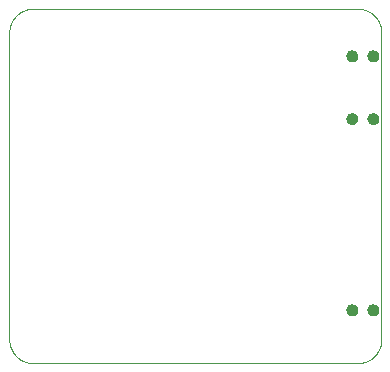
<source format=gbs>
G75*
%MOIN*%
%OFA0B0*%
%FSLAX25Y25*%
%IPPOS*%
%LPD*%
%AMOC8*
5,1,8,0,0,1.08239X$1,22.5*
%
%ADD10C,0.00000*%
%ADD11C,0.03943*%
D10*
X0050705Y0034957D02*
X0050705Y0137319D01*
X0050707Y0137509D01*
X0050714Y0137699D01*
X0050726Y0137889D01*
X0050742Y0138079D01*
X0050762Y0138268D01*
X0050788Y0138457D01*
X0050817Y0138645D01*
X0050852Y0138832D01*
X0050891Y0139018D01*
X0050934Y0139203D01*
X0050982Y0139388D01*
X0051034Y0139571D01*
X0051090Y0139752D01*
X0051151Y0139932D01*
X0051217Y0140111D01*
X0051286Y0140288D01*
X0051360Y0140464D01*
X0051438Y0140637D01*
X0051521Y0140809D01*
X0051607Y0140978D01*
X0051697Y0141146D01*
X0051792Y0141311D01*
X0051890Y0141474D01*
X0051993Y0141634D01*
X0052099Y0141792D01*
X0052209Y0141947D01*
X0052322Y0142100D01*
X0052440Y0142250D01*
X0052561Y0142396D01*
X0052685Y0142540D01*
X0052813Y0142681D01*
X0052944Y0142819D01*
X0053079Y0142954D01*
X0053217Y0143085D01*
X0053358Y0143213D01*
X0053502Y0143337D01*
X0053648Y0143458D01*
X0053798Y0143576D01*
X0053951Y0143689D01*
X0054106Y0143799D01*
X0054264Y0143905D01*
X0054424Y0144008D01*
X0054587Y0144106D01*
X0054752Y0144201D01*
X0054920Y0144291D01*
X0055089Y0144377D01*
X0055261Y0144460D01*
X0055434Y0144538D01*
X0055610Y0144612D01*
X0055787Y0144681D01*
X0055966Y0144747D01*
X0056146Y0144808D01*
X0056327Y0144864D01*
X0056510Y0144916D01*
X0056695Y0144964D01*
X0056880Y0145007D01*
X0057066Y0145046D01*
X0057253Y0145081D01*
X0057441Y0145110D01*
X0057630Y0145136D01*
X0057819Y0145156D01*
X0058009Y0145172D01*
X0058199Y0145184D01*
X0058389Y0145191D01*
X0058579Y0145193D01*
X0166846Y0145193D01*
X0167036Y0145191D01*
X0167226Y0145184D01*
X0167416Y0145172D01*
X0167606Y0145156D01*
X0167795Y0145136D01*
X0167984Y0145110D01*
X0168172Y0145081D01*
X0168359Y0145046D01*
X0168545Y0145007D01*
X0168730Y0144964D01*
X0168915Y0144916D01*
X0169098Y0144864D01*
X0169279Y0144808D01*
X0169459Y0144747D01*
X0169638Y0144681D01*
X0169815Y0144612D01*
X0169991Y0144538D01*
X0170164Y0144460D01*
X0170336Y0144377D01*
X0170505Y0144291D01*
X0170673Y0144201D01*
X0170838Y0144106D01*
X0171001Y0144008D01*
X0171161Y0143905D01*
X0171319Y0143799D01*
X0171474Y0143689D01*
X0171627Y0143576D01*
X0171777Y0143458D01*
X0171923Y0143337D01*
X0172067Y0143213D01*
X0172208Y0143085D01*
X0172346Y0142954D01*
X0172481Y0142819D01*
X0172612Y0142681D01*
X0172740Y0142540D01*
X0172864Y0142396D01*
X0172985Y0142250D01*
X0173103Y0142100D01*
X0173216Y0141947D01*
X0173326Y0141792D01*
X0173432Y0141634D01*
X0173535Y0141474D01*
X0173633Y0141311D01*
X0173728Y0141146D01*
X0173818Y0140978D01*
X0173904Y0140809D01*
X0173987Y0140637D01*
X0174065Y0140464D01*
X0174139Y0140288D01*
X0174208Y0140111D01*
X0174274Y0139932D01*
X0174335Y0139752D01*
X0174391Y0139571D01*
X0174443Y0139388D01*
X0174491Y0139203D01*
X0174534Y0139018D01*
X0174573Y0138832D01*
X0174608Y0138645D01*
X0174637Y0138457D01*
X0174663Y0138268D01*
X0174683Y0138079D01*
X0174699Y0137889D01*
X0174711Y0137699D01*
X0174718Y0137509D01*
X0174720Y0137319D01*
X0174720Y0034957D01*
X0174718Y0034767D01*
X0174711Y0034577D01*
X0174699Y0034387D01*
X0174683Y0034197D01*
X0174663Y0034008D01*
X0174637Y0033819D01*
X0174608Y0033631D01*
X0174573Y0033444D01*
X0174534Y0033258D01*
X0174491Y0033073D01*
X0174443Y0032888D01*
X0174391Y0032705D01*
X0174335Y0032524D01*
X0174274Y0032344D01*
X0174208Y0032165D01*
X0174139Y0031988D01*
X0174065Y0031812D01*
X0173987Y0031639D01*
X0173904Y0031467D01*
X0173818Y0031298D01*
X0173728Y0031130D01*
X0173633Y0030965D01*
X0173535Y0030802D01*
X0173432Y0030642D01*
X0173326Y0030484D01*
X0173216Y0030329D01*
X0173103Y0030176D01*
X0172985Y0030026D01*
X0172864Y0029880D01*
X0172740Y0029736D01*
X0172612Y0029595D01*
X0172481Y0029457D01*
X0172346Y0029322D01*
X0172208Y0029191D01*
X0172067Y0029063D01*
X0171923Y0028939D01*
X0171777Y0028818D01*
X0171627Y0028700D01*
X0171474Y0028587D01*
X0171319Y0028477D01*
X0171161Y0028371D01*
X0171001Y0028268D01*
X0170838Y0028170D01*
X0170673Y0028075D01*
X0170505Y0027985D01*
X0170336Y0027899D01*
X0170164Y0027816D01*
X0169991Y0027738D01*
X0169815Y0027664D01*
X0169638Y0027595D01*
X0169459Y0027529D01*
X0169279Y0027468D01*
X0169098Y0027412D01*
X0168915Y0027360D01*
X0168730Y0027312D01*
X0168545Y0027269D01*
X0168359Y0027230D01*
X0168172Y0027195D01*
X0167984Y0027166D01*
X0167795Y0027140D01*
X0167606Y0027120D01*
X0167416Y0027104D01*
X0167226Y0027092D01*
X0167036Y0027085D01*
X0166846Y0027083D01*
X0058579Y0027083D01*
X0058389Y0027085D01*
X0058199Y0027092D01*
X0058009Y0027104D01*
X0057819Y0027120D01*
X0057630Y0027140D01*
X0057441Y0027166D01*
X0057253Y0027195D01*
X0057066Y0027230D01*
X0056880Y0027269D01*
X0056695Y0027312D01*
X0056510Y0027360D01*
X0056327Y0027412D01*
X0056146Y0027468D01*
X0055966Y0027529D01*
X0055787Y0027595D01*
X0055610Y0027664D01*
X0055434Y0027738D01*
X0055261Y0027816D01*
X0055089Y0027899D01*
X0054920Y0027985D01*
X0054752Y0028075D01*
X0054587Y0028170D01*
X0054424Y0028268D01*
X0054264Y0028371D01*
X0054106Y0028477D01*
X0053951Y0028587D01*
X0053798Y0028700D01*
X0053648Y0028818D01*
X0053502Y0028939D01*
X0053358Y0029063D01*
X0053217Y0029191D01*
X0053079Y0029322D01*
X0052944Y0029457D01*
X0052813Y0029595D01*
X0052685Y0029736D01*
X0052561Y0029880D01*
X0052440Y0030026D01*
X0052322Y0030176D01*
X0052209Y0030329D01*
X0052099Y0030484D01*
X0051993Y0030642D01*
X0051890Y0030802D01*
X0051792Y0030965D01*
X0051697Y0031130D01*
X0051607Y0031298D01*
X0051521Y0031467D01*
X0051438Y0031639D01*
X0051360Y0031812D01*
X0051286Y0031988D01*
X0051217Y0032165D01*
X0051151Y0032344D01*
X0051090Y0032524D01*
X0051034Y0032705D01*
X0050982Y0032888D01*
X0050934Y0033073D01*
X0050891Y0033258D01*
X0050852Y0033444D01*
X0050817Y0033631D01*
X0050788Y0033819D01*
X0050762Y0034008D01*
X0050742Y0034197D01*
X0050726Y0034387D01*
X0050714Y0034577D01*
X0050707Y0034767D01*
X0050705Y0034957D01*
X0163106Y0044799D02*
X0163108Y0044883D01*
X0163114Y0044966D01*
X0163124Y0045049D01*
X0163138Y0045132D01*
X0163155Y0045214D01*
X0163177Y0045295D01*
X0163202Y0045374D01*
X0163231Y0045453D01*
X0163264Y0045530D01*
X0163300Y0045605D01*
X0163340Y0045679D01*
X0163383Y0045751D01*
X0163430Y0045820D01*
X0163480Y0045887D01*
X0163533Y0045952D01*
X0163589Y0046014D01*
X0163647Y0046074D01*
X0163709Y0046131D01*
X0163773Y0046184D01*
X0163840Y0046235D01*
X0163909Y0046282D01*
X0163980Y0046327D01*
X0164053Y0046367D01*
X0164128Y0046404D01*
X0164205Y0046438D01*
X0164283Y0046468D01*
X0164362Y0046494D01*
X0164443Y0046517D01*
X0164525Y0046535D01*
X0164607Y0046550D01*
X0164690Y0046561D01*
X0164773Y0046568D01*
X0164857Y0046571D01*
X0164941Y0046570D01*
X0165024Y0046565D01*
X0165108Y0046556D01*
X0165190Y0046543D01*
X0165272Y0046527D01*
X0165353Y0046506D01*
X0165434Y0046482D01*
X0165512Y0046454D01*
X0165590Y0046422D01*
X0165666Y0046386D01*
X0165740Y0046347D01*
X0165812Y0046305D01*
X0165882Y0046259D01*
X0165950Y0046210D01*
X0166015Y0046158D01*
X0166078Y0046103D01*
X0166138Y0046045D01*
X0166196Y0045984D01*
X0166250Y0045920D01*
X0166302Y0045854D01*
X0166350Y0045786D01*
X0166395Y0045715D01*
X0166436Y0045642D01*
X0166475Y0045568D01*
X0166509Y0045492D01*
X0166540Y0045414D01*
X0166567Y0045335D01*
X0166591Y0045254D01*
X0166610Y0045173D01*
X0166626Y0045091D01*
X0166638Y0045008D01*
X0166646Y0044924D01*
X0166650Y0044841D01*
X0166650Y0044757D01*
X0166646Y0044674D01*
X0166638Y0044590D01*
X0166626Y0044507D01*
X0166610Y0044425D01*
X0166591Y0044344D01*
X0166567Y0044263D01*
X0166540Y0044184D01*
X0166509Y0044106D01*
X0166475Y0044030D01*
X0166436Y0043956D01*
X0166395Y0043883D01*
X0166350Y0043812D01*
X0166302Y0043744D01*
X0166250Y0043678D01*
X0166196Y0043614D01*
X0166138Y0043553D01*
X0166078Y0043495D01*
X0166015Y0043440D01*
X0165950Y0043388D01*
X0165882Y0043339D01*
X0165812Y0043293D01*
X0165740Y0043251D01*
X0165666Y0043212D01*
X0165590Y0043176D01*
X0165512Y0043144D01*
X0165434Y0043116D01*
X0165353Y0043092D01*
X0165272Y0043071D01*
X0165190Y0043055D01*
X0165108Y0043042D01*
X0165024Y0043033D01*
X0164941Y0043028D01*
X0164857Y0043027D01*
X0164773Y0043030D01*
X0164690Y0043037D01*
X0164607Y0043048D01*
X0164525Y0043063D01*
X0164443Y0043081D01*
X0164362Y0043104D01*
X0164283Y0043130D01*
X0164205Y0043160D01*
X0164128Y0043194D01*
X0164053Y0043231D01*
X0163980Y0043271D01*
X0163909Y0043316D01*
X0163840Y0043363D01*
X0163773Y0043414D01*
X0163709Y0043467D01*
X0163647Y0043524D01*
X0163589Y0043584D01*
X0163533Y0043646D01*
X0163480Y0043711D01*
X0163430Y0043778D01*
X0163383Y0043847D01*
X0163340Y0043919D01*
X0163300Y0043993D01*
X0163264Y0044068D01*
X0163231Y0044145D01*
X0163202Y0044224D01*
X0163177Y0044303D01*
X0163155Y0044384D01*
X0163138Y0044466D01*
X0163124Y0044549D01*
X0163114Y0044632D01*
X0163108Y0044715D01*
X0163106Y0044799D01*
X0170193Y0044799D02*
X0170195Y0044883D01*
X0170201Y0044966D01*
X0170211Y0045049D01*
X0170225Y0045132D01*
X0170242Y0045214D01*
X0170264Y0045295D01*
X0170289Y0045374D01*
X0170318Y0045453D01*
X0170351Y0045530D01*
X0170387Y0045605D01*
X0170427Y0045679D01*
X0170470Y0045751D01*
X0170517Y0045820D01*
X0170567Y0045887D01*
X0170620Y0045952D01*
X0170676Y0046014D01*
X0170734Y0046074D01*
X0170796Y0046131D01*
X0170860Y0046184D01*
X0170927Y0046235D01*
X0170996Y0046282D01*
X0171067Y0046327D01*
X0171140Y0046367D01*
X0171215Y0046404D01*
X0171292Y0046438D01*
X0171370Y0046468D01*
X0171449Y0046494D01*
X0171530Y0046517D01*
X0171612Y0046535D01*
X0171694Y0046550D01*
X0171777Y0046561D01*
X0171860Y0046568D01*
X0171944Y0046571D01*
X0172028Y0046570D01*
X0172111Y0046565D01*
X0172195Y0046556D01*
X0172277Y0046543D01*
X0172359Y0046527D01*
X0172440Y0046506D01*
X0172521Y0046482D01*
X0172599Y0046454D01*
X0172677Y0046422D01*
X0172753Y0046386D01*
X0172827Y0046347D01*
X0172899Y0046305D01*
X0172969Y0046259D01*
X0173037Y0046210D01*
X0173102Y0046158D01*
X0173165Y0046103D01*
X0173225Y0046045D01*
X0173283Y0045984D01*
X0173337Y0045920D01*
X0173389Y0045854D01*
X0173437Y0045786D01*
X0173482Y0045715D01*
X0173523Y0045642D01*
X0173562Y0045568D01*
X0173596Y0045492D01*
X0173627Y0045414D01*
X0173654Y0045335D01*
X0173678Y0045254D01*
X0173697Y0045173D01*
X0173713Y0045091D01*
X0173725Y0045008D01*
X0173733Y0044924D01*
X0173737Y0044841D01*
X0173737Y0044757D01*
X0173733Y0044674D01*
X0173725Y0044590D01*
X0173713Y0044507D01*
X0173697Y0044425D01*
X0173678Y0044344D01*
X0173654Y0044263D01*
X0173627Y0044184D01*
X0173596Y0044106D01*
X0173562Y0044030D01*
X0173523Y0043956D01*
X0173482Y0043883D01*
X0173437Y0043812D01*
X0173389Y0043744D01*
X0173337Y0043678D01*
X0173283Y0043614D01*
X0173225Y0043553D01*
X0173165Y0043495D01*
X0173102Y0043440D01*
X0173037Y0043388D01*
X0172969Y0043339D01*
X0172899Y0043293D01*
X0172827Y0043251D01*
X0172753Y0043212D01*
X0172677Y0043176D01*
X0172599Y0043144D01*
X0172521Y0043116D01*
X0172440Y0043092D01*
X0172359Y0043071D01*
X0172277Y0043055D01*
X0172195Y0043042D01*
X0172111Y0043033D01*
X0172028Y0043028D01*
X0171944Y0043027D01*
X0171860Y0043030D01*
X0171777Y0043037D01*
X0171694Y0043048D01*
X0171612Y0043063D01*
X0171530Y0043081D01*
X0171449Y0043104D01*
X0171370Y0043130D01*
X0171292Y0043160D01*
X0171215Y0043194D01*
X0171140Y0043231D01*
X0171067Y0043271D01*
X0170996Y0043316D01*
X0170927Y0043363D01*
X0170860Y0043414D01*
X0170796Y0043467D01*
X0170734Y0043524D01*
X0170676Y0043584D01*
X0170620Y0043646D01*
X0170567Y0043711D01*
X0170517Y0043778D01*
X0170470Y0043847D01*
X0170427Y0043919D01*
X0170387Y0043993D01*
X0170351Y0044068D01*
X0170318Y0044145D01*
X0170289Y0044224D01*
X0170264Y0044303D01*
X0170242Y0044384D01*
X0170225Y0044466D01*
X0170211Y0044549D01*
X0170201Y0044632D01*
X0170195Y0044715D01*
X0170193Y0044799D01*
X0170193Y0108579D02*
X0170195Y0108663D01*
X0170201Y0108746D01*
X0170211Y0108829D01*
X0170225Y0108912D01*
X0170242Y0108994D01*
X0170264Y0109075D01*
X0170289Y0109154D01*
X0170318Y0109233D01*
X0170351Y0109310D01*
X0170387Y0109385D01*
X0170427Y0109459D01*
X0170470Y0109531D01*
X0170517Y0109600D01*
X0170567Y0109667D01*
X0170620Y0109732D01*
X0170676Y0109794D01*
X0170734Y0109854D01*
X0170796Y0109911D01*
X0170860Y0109964D01*
X0170927Y0110015D01*
X0170996Y0110062D01*
X0171067Y0110107D01*
X0171140Y0110147D01*
X0171215Y0110184D01*
X0171292Y0110218D01*
X0171370Y0110248D01*
X0171449Y0110274D01*
X0171530Y0110297D01*
X0171612Y0110315D01*
X0171694Y0110330D01*
X0171777Y0110341D01*
X0171860Y0110348D01*
X0171944Y0110351D01*
X0172028Y0110350D01*
X0172111Y0110345D01*
X0172195Y0110336D01*
X0172277Y0110323D01*
X0172359Y0110307D01*
X0172440Y0110286D01*
X0172521Y0110262D01*
X0172599Y0110234D01*
X0172677Y0110202D01*
X0172753Y0110166D01*
X0172827Y0110127D01*
X0172899Y0110085D01*
X0172969Y0110039D01*
X0173037Y0109990D01*
X0173102Y0109938D01*
X0173165Y0109883D01*
X0173225Y0109825D01*
X0173283Y0109764D01*
X0173337Y0109700D01*
X0173389Y0109634D01*
X0173437Y0109566D01*
X0173482Y0109495D01*
X0173523Y0109422D01*
X0173562Y0109348D01*
X0173596Y0109272D01*
X0173627Y0109194D01*
X0173654Y0109115D01*
X0173678Y0109034D01*
X0173697Y0108953D01*
X0173713Y0108871D01*
X0173725Y0108788D01*
X0173733Y0108704D01*
X0173737Y0108621D01*
X0173737Y0108537D01*
X0173733Y0108454D01*
X0173725Y0108370D01*
X0173713Y0108287D01*
X0173697Y0108205D01*
X0173678Y0108124D01*
X0173654Y0108043D01*
X0173627Y0107964D01*
X0173596Y0107886D01*
X0173562Y0107810D01*
X0173523Y0107736D01*
X0173482Y0107663D01*
X0173437Y0107592D01*
X0173389Y0107524D01*
X0173337Y0107458D01*
X0173283Y0107394D01*
X0173225Y0107333D01*
X0173165Y0107275D01*
X0173102Y0107220D01*
X0173037Y0107168D01*
X0172969Y0107119D01*
X0172899Y0107073D01*
X0172827Y0107031D01*
X0172753Y0106992D01*
X0172677Y0106956D01*
X0172599Y0106924D01*
X0172521Y0106896D01*
X0172440Y0106872D01*
X0172359Y0106851D01*
X0172277Y0106835D01*
X0172195Y0106822D01*
X0172111Y0106813D01*
X0172028Y0106808D01*
X0171944Y0106807D01*
X0171860Y0106810D01*
X0171777Y0106817D01*
X0171694Y0106828D01*
X0171612Y0106843D01*
X0171530Y0106861D01*
X0171449Y0106884D01*
X0171370Y0106910D01*
X0171292Y0106940D01*
X0171215Y0106974D01*
X0171140Y0107011D01*
X0171067Y0107051D01*
X0170996Y0107096D01*
X0170927Y0107143D01*
X0170860Y0107194D01*
X0170796Y0107247D01*
X0170734Y0107304D01*
X0170676Y0107364D01*
X0170620Y0107426D01*
X0170567Y0107491D01*
X0170517Y0107558D01*
X0170470Y0107627D01*
X0170427Y0107699D01*
X0170387Y0107773D01*
X0170351Y0107848D01*
X0170318Y0107925D01*
X0170289Y0108004D01*
X0170264Y0108083D01*
X0170242Y0108164D01*
X0170225Y0108246D01*
X0170211Y0108329D01*
X0170201Y0108412D01*
X0170195Y0108495D01*
X0170193Y0108579D01*
X0163106Y0108579D02*
X0163108Y0108663D01*
X0163114Y0108746D01*
X0163124Y0108829D01*
X0163138Y0108912D01*
X0163155Y0108994D01*
X0163177Y0109075D01*
X0163202Y0109154D01*
X0163231Y0109233D01*
X0163264Y0109310D01*
X0163300Y0109385D01*
X0163340Y0109459D01*
X0163383Y0109531D01*
X0163430Y0109600D01*
X0163480Y0109667D01*
X0163533Y0109732D01*
X0163589Y0109794D01*
X0163647Y0109854D01*
X0163709Y0109911D01*
X0163773Y0109964D01*
X0163840Y0110015D01*
X0163909Y0110062D01*
X0163980Y0110107D01*
X0164053Y0110147D01*
X0164128Y0110184D01*
X0164205Y0110218D01*
X0164283Y0110248D01*
X0164362Y0110274D01*
X0164443Y0110297D01*
X0164525Y0110315D01*
X0164607Y0110330D01*
X0164690Y0110341D01*
X0164773Y0110348D01*
X0164857Y0110351D01*
X0164941Y0110350D01*
X0165024Y0110345D01*
X0165108Y0110336D01*
X0165190Y0110323D01*
X0165272Y0110307D01*
X0165353Y0110286D01*
X0165434Y0110262D01*
X0165512Y0110234D01*
X0165590Y0110202D01*
X0165666Y0110166D01*
X0165740Y0110127D01*
X0165812Y0110085D01*
X0165882Y0110039D01*
X0165950Y0109990D01*
X0166015Y0109938D01*
X0166078Y0109883D01*
X0166138Y0109825D01*
X0166196Y0109764D01*
X0166250Y0109700D01*
X0166302Y0109634D01*
X0166350Y0109566D01*
X0166395Y0109495D01*
X0166436Y0109422D01*
X0166475Y0109348D01*
X0166509Y0109272D01*
X0166540Y0109194D01*
X0166567Y0109115D01*
X0166591Y0109034D01*
X0166610Y0108953D01*
X0166626Y0108871D01*
X0166638Y0108788D01*
X0166646Y0108704D01*
X0166650Y0108621D01*
X0166650Y0108537D01*
X0166646Y0108454D01*
X0166638Y0108370D01*
X0166626Y0108287D01*
X0166610Y0108205D01*
X0166591Y0108124D01*
X0166567Y0108043D01*
X0166540Y0107964D01*
X0166509Y0107886D01*
X0166475Y0107810D01*
X0166436Y0107736D01*
X0166395Y0107663D01*
X0166350Y0107592D01*
X0166302Y0107524D01*
X0166250Y0107458D01*
X0166196Y0107394D01*
X0166138Y0107333D01*
X0166078Y0107275D01*
X0166015Y0107220D01*
X0165950Y0107168D01*
X0165882Y0107119D01*
X0165812Y0107073D01*
X0165740Y0107031D01*
X0165666Y0106992D01*
X0165590Y0106956D01*
X0165512Y0106924D01*
X0165434Y0106896D01*
X0165353Y0106872D01*
X0165272Y0106851D01*
X0165190Y0106835D01*
X0165108Y0106822D01*
X0165024Y0106813D01*
X0164941Y0106808D01*
X0164857Y0106807D01*
X0164773Y0106810D01*
X0164690Y0106817D01*
X0164607Y0106828D01*
X0164525Y0106843D01*
X0164443Y0106861D01*
X0164362Y0106884D01*
X0164283Y0106910D01*
X0164205Y0106940D01*
X0164128Y0106974D01*
X0164053Y0107011D01*
X0163980Y0107051D01*
X0163909Y0107096D01*
X0163840Y0107143D01*
X0163773Y0107194D01*
X0163709Y0107247D01*
X0163647Y0107304D01*
X0163589Y0107364D01*
X0163533Y0107426D01*
X0163480Y0107491D01*
X0163430Y0107558D01*
X0163383Y0107627D01*
X0163340Y0107699D01*
X0163300Y0107773D01*
X0163264Y0107848D01*
X0163231Y0107925D01*
X0163202Y0108004D01*
X0163177Y0108083D01*
X0163155Y0108164D01*
X0163138Y0108246D01*
X0163124Y0108329D01*
X0163114Y0108412D01*
X0163108Y0108495D01*
X0163106Y0108579D01*
X0163106Y0129445D02*
X0163108Y0129529D01*
X0163114Y0129612D01*
X0163124Y0129695D01*
X0163138Y0129778D01*
X0163155Y0129860D01*
X0163177Y0129941D01*
X0163202Y0130020D01*
X0163231Y0130099D01*
X0163264Y0130176D01*
X0163300Y0130251D01*
X0163340Y0130325D01*
X0163383Y0130397D01*
X0163430Y0130466D01*
X0163480Y0130533D01*
X0163533Y0130598D01*
X0163589Y0130660D01*
X0163647Y0130720D01*
X0163709Y0130777D01*
X0163773Y0130830D01*
X0163840Y0130881D01*
X0163909Y0130928D01*
X0163980Y0130973D01*
X0164053Y0131013D01*
X0164128Y0131050D01*
X0164205Y0131084D01*
X0164283Y0131114D01*
X0164362Y0131140D01*
X0164443Y0131163D01*
X0164525Y0131181D01*
X0164607Y0131196D01*
X0164690Y0131207D01*
X0164773Y0131214D01*
X0164857Y0131217D01*
X0164941Y0131216D01*
X0165024Y0131211D01*
X0165108Y0131202D01*
X0165190Y0131189D01*
X0165272Y0131173D01*
X0165353Y0131152D01*
X0165434Y0131128D01*
X0165512Y0131100D01*
X0165590Y0131068D01*
X0165666Y0131032D01*
X0165740Y0130993D01*
X0165812Y0130951D01*
X0165882Y0130905D01*
X0165950Y0130856D01*
X0166015Y0130804D01*
X0166078Y0130749D01*
X0166138Y0130691D01*
X0166196Y0130630D01*
X0166250Y0130566D01*
X0166302Y0130500D01*
X0166350Y0130432D01*
X0166395Y0130361D01*
X0166436Y0130288D01*
X0166475Y0130214D01*
X0166509Y0130138D01*
X0166540Y0130060D01*
X0166567Y0129981D01*
X0166591Y0129900D01*
X0166610Y0129819D01*
X0166626Y0129737D01*
X0166638Y0129654D01*
X0166646Y0129570D01*
X0166650Y0129487D01*
X0166650Y0129403D01*
X0166646Y0129320D01*
X0166638Y0129236D01*
X0166626Y0129153D01*
X0166610Y0129071D01*
X0166591Y0128990D01*
X0166567Y0128909D01*
X0166540Y0128830D01*
X0166509Y0128752D01*
X0166475Y0128676D01*
X0166436Y0128602D01*
X0166395Y0128529D01*
X0166350Y0128458D01*
X0166302Y0128390D01*
X0166250Y0128324D01*
X0166196Y0128260D01*
X0166138Y0128199D01*
X0166078Y0128141D01*
X0166015Y0128086D01*
X0165950Y0128034D01*
X0165882Y0127985D01*
X0165812Y0127939D01*
X0165740Y0127897D01*
X0165666Y0127858D01*
X0165590Y0127822D01*
X0165512Y0127790D01*
X0165434Y0127762D01*
X0165353Y0127738D01*
X0165272Y0127717D01*
X0165190Y0127701D01*
X0165108Y0127688D01*
X0165024Y0127679D01*
X0164941Y0127674D01*
X0164857Y0127673D01*
X0164773Y0127676D01*
X0164690Y0127683D01*
X0164607Y0127694D01*
X0164525Y0127709D01*
X0164443Y0127727D01*
X0164362Y0127750D01*
X0164283Y0127776D01*
X0164205Y0127806D01*
X0164128Y0127840D01*
X0164053Y0127877D01*
X0163980Y0127917D01*
X0163909Y0127962D01*
X0163840Y0128009D01*
X0163773Y0128060D01*
X0163709Y0128113D01*
X0163647Y0128170D01*
X0163589Y0128230D01*
X0163533Y0128292D01*
X0163480Y0128357D01*
X0163430Y0128424D01*
X0163383Y0128493D01*
X0163340Y0128565D01*
X0163300Y0128639D01*
X0163264Y0128714D01*
X0163231Y0128791D01*
X0163202Y0128870D01*
X0163177Y0128949D01*
X0163155Y0129030D01*
X0163138Y0129112D01*
X0163124Y0129195D01*
X0163114Y0129278D01*
X0163108Y0129361D01*
X0163106Y0129445D01*
X0170193Y0129445D02*
X0170195Y0129529D01*
X0170201Y0129612D01*
X0170211Y0129695D01*
X0170225Y0129778D01*
X0170242Y0129860D01*
X0170264Y0129941D01*
X0170289Y0130020D01*
X0170318Y0130099D01*
X0170351Y0130176D01*
X0170387Y0130251D01*
X0170427Y0130325D01*
X0170470Y0130397D01*
X0170517Y0130466D01*
X0170567Y0130533D01*
X0170620Y0130598D01*
X0170676Y0130660D01*
X0170734Y0130720D01*
X0170796Y0130777D01*
X0170860Y0130830D01*
X0170927Y0130881D01*
X0170996Y0130928D01*
X0171067Y0130973D01*
X0171140Y0131013D01*
X0171215Y0131050D01*
X0171292Y0131084D01*
X0171370Y0131114D01*
X0171449Y0131140D01*
X0171530Y0131163D01*
X0171612Y0131181D01*
X0171694Y0131196D01*
X0171777Y0131207D01*
X0171860Y0131214D01*
X0171944Y0131217D01*
X0172028Y0131216D01*
X0172111Y0131211D01*
X0172195Y0131202D01*
X0172277Y0131189D01*
X0172359Y0131173D01*
X0172440Y0131152D01*
X0172521Y0131128D01*
X0172599Y0131100D01*
X0172677Y0131068D01*
X0172753Y0131032D01*
X0172827Y0130993D01*
X0172899Y0130951D01*
X0172969Y0130905D01*
X0173037Y0130856D01*
X0173102Y0130804D01*
X0173165Y0130749D01*
X0173225Y0130691D01*
X0173283Y0130630D01*
X0173337Y0130566D01*
X0173389Y0130500D01*
X0173437Y0130432D01*
X0173482Y0130361D01*
X0173523Y0130288D01*
X0173562Y0130214D01*
X0173596Y0130138D01*
X0173627Y0130060D01*
X0173654Y0129981D01*
X0173678Y0129900D01*
X0173697Y0129819D01*
X0173713Y0129737D01*
X0173725Y0129654D01*
X0173733Y0129570D01*
X0173737Y0129487D01*
X0173737Y0129403D01*
X0173733Y0129320D01*
X0173725Y0129236D01*
X0173713Y0129153D01*
X0173697Y0129071D01*
X0173678Y0128990D01*
X0173654Y0128909D01*
X0173627Y0128830D01*
X0173596Y0128752D01*
X0173562Y0128676D01*
X0173523Y0128602D01*
X0173482Y0128529D01*
X0173437Y0128458D01*
X0173389Y0128390D01*
X0173337Y0128324D01*
X0173283Y0128260D01*
X0173225Y0128199D01*
X0173165Y0128141D01*
X0173102Y0128086D01*
X0173037Y0128034D01*
X0172969Y0127985D01*
X0172899Y0127939D01*
X0172827Y0127897D01*
X0172753Y0127858D01*
X0172677Y0127822D01*
X0172599Y0127790D01*
X0172521Y0127762D01*
X0172440Y0127738D01*
X0172359Y0127717D01*
X0172277Y0127701D01*
X0172195Y0127688D01*
X0172111Y0127679D01*
X0172028Y0127674D01*
X0171944Y0127673D01*
X0171860Y0127676D01*
X0171777Y0127683D01*
X0171694Y0127694D01*
X0171612Y0127709D01*
X0171530Y0127727D01*
X0171449Y0127750D01*
X0171370Y0127776D01*
X0171292Y0127806D01*
X0171215Y0127840D01*
X0171140Y0127877D01*
X0171067Y0127917D01*
X0170996Y0127962D01*
X0170927Y0128009D01*
X0170860Y0128060D01*
X0170796Y0128113D01*
X0170734Y0128170D01*
X0170676Y0128230D01*
X0170620Y0128292D01*
X0170567Y0128357D01*
X0170517Y0128424D01*
X0170470Y0128493D01*
X0170427Y0128565D01*
X0170387Y0128639D01*
X0170351Y0128714D01*
X0170318Y0128791D01*
X0170289Y0128870D01*
X0170264Y0128949D01*
X0170242Y0129030D01*
X0170225Y0129112D01*
X0170211Y0129195D01*
X0170201Y0129278D01*
X0170195Y0129361D01*
X0170193Y0129445D01*
D11*
X0171965Y0129445D03*
X0164878Y0129445D03*
X0164878Y0108579D03*
X0171965Y0108579D03*
X0171965Y0044799D03*
X0164878Y0044799D03*
M02*

</source>
